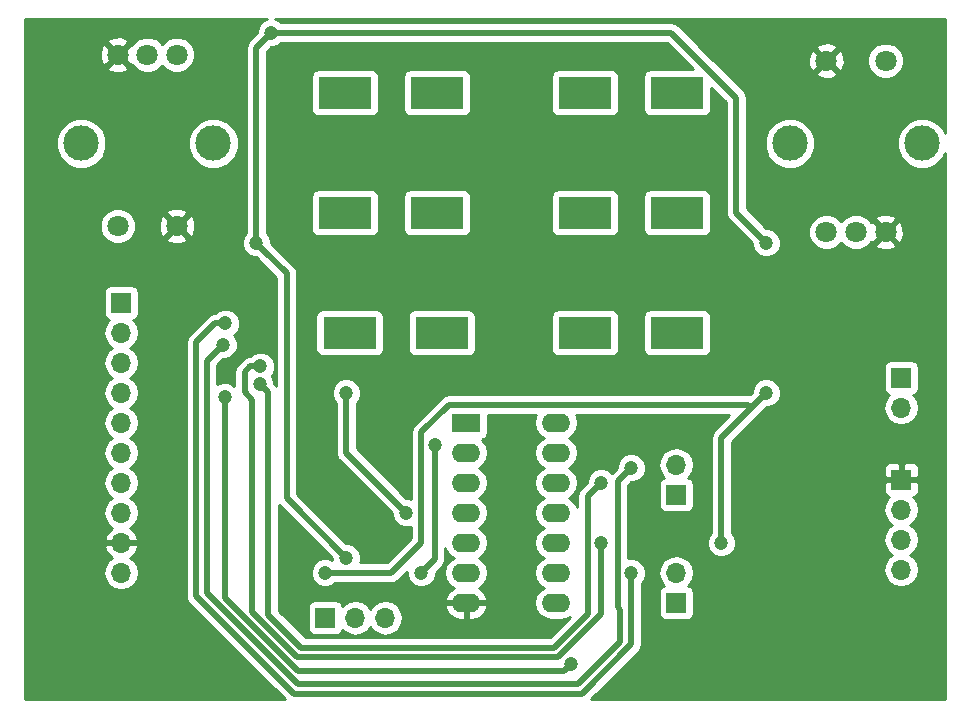
<source format=gbr>
G04 #@! TF.FileFunction,Copper,L2,Bot,Signal*
%FSLAX46Y46*%
G04 Gerber Fmt 4.6, Leading zero omitted, Abs format (unit mm)*
G04 Created by KiCad (PCBNEW 4.0.6) date 09/07/17 18:27:51*
%MOMM*%
%LPD*%
G01*
G04 APERTURE LIST*
%ADD10C,0.100000*%
%ADD11R,1.700000X1.700000*%
%ADD12O,1.700000X1.700000*%
%ADD13R,4.500000X2.700000*%
%ADD14C,1.800000*%
%ADD15C,3.000000*%
%ADD16R,2.400000X1.600000*%
%ADD17O,2.400000X1.600000*%
%ADD18C,1.200000*%
%ADD19C,0.500000*%
%ADD20C,0.254000*%
G04 APERTURE END LIST*
D10*
D11*
X26162000Y7620000D03*
D12*
X28702000Y7620000D03*
X31242000Y7620000D03*
D13*
X36031000Y31750000D03*
X28231000Y31750000D03*
X35650000Y41910000D03*
X27850000Y41910000D03*
X35650000Y52070000D03*
X27850000Y52070000D03*
X48170000Y52070000D03*
X55970000Y52070000D03*
X48170000Y41910000D03*
X55970000Y41910000D03*
X48170000Y31750000D03*
X55970000Y31750000D03*
D11*
X8890000Y34290000D03*
D12*
X8890000Y31750000D03*
X8890000Y29210000D03*
X8890000Y26670000D03*
X8890000Y24130000D03*
X8890000Y21590000D03*
X8890000Y19050000D03*
X8890000Y16510000D03*
X8890000Y13970000D03*
X8890000Y11430000D03*
D11*
X74930000Y19304000D03*
D12*
X74930000Y16764000D03*
X74930000Y14224000D03*
X74930000Y11684000D03*
D11*
X74930000Y27940000D03*
D12*
X74930000Y25400000D03*
D11*
X55880000Y18034000D03*
D12*
X55880000Y20574000D03*
D11*
X55880000Y8890000D03*
D12*
X55880000Y11430000D03*
D14*
X8600000Y40790000D03*
X8600000Y55290000D03*
X11100000Y55290000D03*
X13600000Y55290000D03*
X13600000Y40790000D03*
D15*
X16700000Y47790000D03*
X5500000Y47790000D03*
D14*
X73600000Y54790000D03*
X73600000Y40290000D03*
X71100000Y40290000D03*
X68600000Y40290000D03*
X68600000Y54790000D03*
D15*
X65500000Y47790000D03*
X76700000Y47790000D03*
D16*
X38100000Y24130000D03*
D17*
X45720000Y8890000D03*
X38100000Y21590000D03*
X45720000Y11430000D03*
X38100000Y19050000D03*
X45720000Y13970000D03*
X38100000Y16510000D03*
X45720000Y16510000D03*
X38100000Y13970000D03*
X45720000Y19050000D03*
X38100000Y11430000D03*
X45720000Y21590000D03*
X38100000Y8890000D03*
X45720000Y24130000D03*
D18*
X57150000Y38100000D03*
X27305000Y48260000D03*
X26162000Y11430000D03*
X63500000Y26670000D03*
X59690000Y13970000D03*
X63500000Y39370000D03*
X20320000Y39370000D03*
X21590000Y57150000D03*
X27940000Y12700000D03*
X17709588Y32555692D03*
X52070000Y11430000D03*
X17501980Y30743218D03*
X52070000Y20320000D03*
X20678408Y28918181D03*
X49530000Y13970000D03*
X20616241Y27419458D03*
X49530000Y19050000D03*
X17648111Y26322443D03*
X46984489Y3690010D03*
X33020000Y16510000D03*
X27940000Y26670000D03*
X35440010Y22207769D03*
X34290000Y11430000D03*
D19*
X57150000Y38100000D02*
X57785000Y38100000D01*
X26670000Y48260000D02*
X27305000Y48260000D01*
X62230000Y25400000D02*
X61959605Y25670395D01*
X61959605Y25670395D02*
X36650393Y25670395D01*
X36650393Y25670395D02*
X34290000Y23310002D01*
X34290000Y23310002D02*
X34290000Y13970000D01*
X34290000Y13970000D02*
X31750000Y11430000D01*
X31750000Y11430000D02*
X26162000Y11430000D01*
X62230000Y25400000D02*
X63500000Y26670000D01*
X59690000Y22860000D02*
X62230000Y25400000D01*
X59690000Y13970000D02*
X59690000Y22860000D01*
X22918585Y36771415D02*
X20919999Y38770001D01*
X22918592Y25734544D02*
X22918585Y25734551D01*
X27940000Y12700000D02*
X22918592Y17721408D01*
X22918592Y17721408D02*
X22918592Y25734544D01*
X22918585Y25734551D02*
X22918585Y36771415D01*
X20919999Y38770001D02*
X20320000Y39370000D01*
X60960000Y51670002D02*
X60960000Y41910000D01*
X60960000Y41910000D02*
X63500000Y39370000D01*
X21590000Y57150000D02*
X55480002Y57150000D01*
X55480002Y57150000D02*
X60960000Y51670002D01*
X20320000Y39370000D02*
X20320000Y55880000D01*
X20320000Y55880000D02*
X21590000Y57150000D01*
X16861060Y32555692D02*
X17709588Y32555692D01*
X15240000Y30934632D02*
X16861060Y32555692D01*
X15240000Y9444460D02*
X15240000Y30934632D01*
X47867867Y1179967D02*
X23504493Y1179967D01*
X23504493Y1179967D02*
X15240000Y9444460D01*
X52070000Y5382100D02*
X47867867Y1179967D01*
X52070000Y11430000D02*
X52070000Y5382100D01*
X51130021Y5573507D02*
X47536491Y1979977D01*
X50919999Y19169999D02*
X50919999Y8492773D01*
X50919999Y8492773D02*
X51130021Y8282751D01*
X47536491Y1979977D02*
X23835867Y1979977D01*
X16120149Y29361387D02*
X16901981Y30143219D01*
X52070000Y20320000D02*
X50919999Y19169999D01*
X16901981Y30143219D02*
X17501980Y30743218D01*
X16120149Y9695695D02*
X16120149Y29361387D01*
X51130021Y8282751D02*
X51130021Y5573507D01*
X23835867Y1979977D02*
X16120149Y9695695D01*
X49530000Y13970000D02*
X49530000Y7937523D01*
X19330669Y28418970D02*
X19829880Y28918181D01*
X45872466Y4279989D02*
X23798625Y4279989D01*
X19987323Y8091291D02*
X19987323Y26075232D01*
X19330669Y26731886D02*
X19330669Y28418970D01*
X23798625Y4279989D02*
X19987323Y8091291D01*
X19987323Y26075232D02*
X19330669Y26731886D01*
X19829880Y28918181D02*
X20678408Y28918181D01*
X49530000Y7937523D02*
X45872466Y4279989D01*
X45541091Y5080000D02*
X24130000Y5080000D01*
X21216240Y26819459D02*
X20616241Y27419458D01*
X48379999Y7918908D02*
X45541091Y5080000D01*
X48379999Y17899999D02*
X48379999Y7918908D01*
X21351810Y26683889D02*
X21216240Y26819459D01*
X49530000Y19050000D02*
X48379999Y17899999D01*
X21351810Y7858190D02*
X21351810Y26683889D01*
X24130000Y5080000D02*
X21351810Y7858190D01*
X17648111Y9299117D02*
X17648111Y25473915D01*
X46984489Y3690010D02*
X46384490Y3090011D01*
X23857217Y3090011D02*
X17648111Y9299117D01*
X46384490Y3090011D02*
X23857217Y3090011D01*
X17648111Y25473915D02*
X17648111Y26322443D01*
X27940000Y26670000D02*
X27940000Y21590000D01*
X27940000Y21590000D02*
X33020000Y16510000D01*
X35440010Y12580010D02*
X35440010Y21359241D01*
X34290000Y11430000D02*
X35440010Y12580010D01*
X35440010Y21359241D02*
X35440010Y22207769D01*
D20*
G36*
X78665000Y48625141D02*
X78511020Y48997800D01*
X77910959Y49598909D01*
X77126541Y49924628D01*
X76277185Y49925370D01*
X75492200Y49601020D01*
X74891091Y49000959D01*
X74565372Y48216541D01*
X74564630Y47367185D01*
X74888980Y46582200D01*
X75489041Y45981091D01*
X76273459Y45655372D01*
X77122815Y45654630D01*
X77907800Y45978980D01*
X78508909Y46579041D01*
X78665000Y46954950D01*
X78665000Y710000D01*
X48649480Y710000D01*
X52695787Y4756308D01*
X52695790Y4756310D01*
X52887633Y5043425D01*
X52955000Y5382100D01*
X52955000Y10568426D01*
X53116371Y10729515D01*
X53304785Y11183266D01*
X53305000Y11430000D01*
X54365907Y11430000D01*
X54478946Y10861715D01*
X54800853Y10379946D01*
X54842452Y10352150D01*
X54794683Y10343162D01*
X54578559Y10204090D01*
X54433569Y9991890D01*
X54382560Y9740000D01*
X54382560Y8040000D01*
X54426838Y7804683D01*
X54565910Y7588559D01*
X54778110Y7443569D01*
X55030000Y7392560D01*
X56730000Y7392560D01*
X56965317Y7436838D01*
X57181441Y7575910D01*
X57326431Y7788110D01*
X57377440Y8040000D01*
X57377440Y9740000D01*
X57333162Y9975317D01*
X57194090Y10191441D01*
X56981890Y10336431D01*
X56914459Y10350086D01*
X56959147Y10379946D01*
X57281054Y10861715D01*
X57394093Y11430000D01*
X57281054Y11998285D01*
X56959147Y12480054D01*
X56477378Y12801961D01*
X55909093Y12915000D01*
X55850907Y12915000D01*
X55282622Y12801961D01*
X54800853Y12480054D01*
X54478946Y11998285D01*
X54365907Y11430000D01*
X53305000Y11430000D01*
X53305214Y11674579D01*
X53117592Y12128657D01*
X52770485Y12476371D01*
X52316734Y12664785D01*
X51825421Y12665214D01*
X51804999Y12656776D01*
X51804999Y18803419D01*
X52086565Y19084985D01*
X52314579Y19084786D01*
X52768657Y19272408D01*
X53116371Y19619515D01*
X53304785Y20073266D01*
X53305214Y20564579D01*
X53301322Y20574000D01*
X54365907Y20574000D01*
X54478946Y20005715D01*
X54800853Y19523946D01*
X54842452Y19496150D01*
X54794683Y19487162D01*
X54578559Y19348090D01*
X54433569Y19135890D01*
X54382560Y18884000D01*
X54382560Y17184000D01*
X54426838Y16948683D01*
X54565910Y16732559D01*
X54778110Y16587569D01*
X55030000Y16536560D01*
X56730000Y16536560D01*
X56965317Y16580838D01*
X57181441Y16719910D01*
X57326431Y16932110D01*
X57377440Y17184000D01*
X57377440Y18884000D01*
X57333162Y19119317D01*
X57194090Y19335441D01*
X56981890Y19480431D01*
X56914459Y19494086D01*
X56959147Y19523946D01*
X57281054Y20005715D01*
X57394093Y20574000D01*
X57281054Y21142285D01*
X56959147Y21624054D01*
X56477378Y21945961D01*
X55909093Y22059000D01*
X55850907Y22059000D01*
X55282622Y21945961D01*
X54800853Y21624054D01*
X54478946Y21142285D01*
X54365907Y20574000D01*
X53301322Y20574000D01*
X53117592Y21018657D01*
X52770485Y21366371D01*
X52316734Y21554785D01*
X51825421Y21555214D01*
X51371343Y21367592D01*
X51023629Y21020485D01*
X50835215Y20566734D01*
X50835014Y20336594D01*
X50412479Y19914059D01*
X50230485Y20096371D01*
X49776734Y20284785D01*
X49285421Y20285214D01*
X48831343Y20097592D01*
X48483629Y19750485D01*
X48295215Y19296734D01*
X48295014Y19066594D01*
X47754209Y18525789D01*
X47562366Y18238674D01*
X47562366Y18238673D01*
X47494998Y17899999D01*
X47494999Y17899994D01*
X47494999Y16992378D01*
X47481717Y17059151D01*
X47170648Y17524698D01*
X46788562Y17780000D01*
X47170648Y18035302D01*
X47481717Y18500849D01*
X47590950Y19050000D01*
X47481717Y19599151D01*
X47170648Y20064698D01*
X46788562Y20320000D01*
X47170648Y20575302D01*
X47481717Y21040849D01*
X47590950Y21590000D01*
X47481717Y22139151D01*
X47170648Y22604698D01*
X46788562Y22860000D01*
X47170648Y23115302D01*
X47481717Y23580849D01*
X47590950Y24130000D01*
X47481717Y24679151D01*
X47410727Y24785395D01*
X60363816Y24785395D01*
X59064210Y23485790D01*
X58872367Y23198675D01*
X58872367Y23198674D01*
X58804999Y22860000D01*
X58805000Y22859995D01*
X58805000Y14831574D01*
X58643629Y14670485D01*
X58455215Y14216734D01*
X58454786Y13725421D01*
X58642408Y13271343D01*
X58989515Y12923629D01*
X59443266Y12735215D01*
X59934579Y12734786D01*
X60388657Y12922408D01*
X60736371Y13269515D01*
X60924785Y13723266D01*
X60925214Y14214579D01*
X60737592Y14668657D01*
X60575000Y14831533D01*
X60575000Y16764000D01*
X73415907Y16764000D01*
X73528946Y16195715D01*
X73850853Y15713946D01*
X74180026Y15494000D01*
X73850853Y15274054D01*
X73528946Y14792285D01*
X73415907Y14224000D01*
X73528946Y13655715D01*
X73850853Y13173946D01*
X74180026Y12954000D01*
X73850853Y12734054D01*
X73528946Y12252285D01*
X73415907Y11684000D01*
X73528946Y11115715D01*
X73850853Y10633946D01*
X74332622Y10312039D01*
X74900907Y10199000D01*
X74959093Y10199000D01*
X75527378Y10312039D01*
X76009147Y10633946D01*
X76331054Y11115715D01*
X76444093Y11684000D01*
X76331054Y12252285D01*
X76009147Y12734054D01*
X75679974Y12954000D01*
X76009147Y13173946D01*
X76331054Y13655715D01*
X76444093Y14224000D01*
X76331054Y14792285D01*
X76009147Y15274054D01*
X75679974Y15494000D01*
X76009147Y15713946D01*
X76331054Y16195715D01*
X76444093Y16764000D01*
X76331054Y17332285D01*
X76009147Y17814054D01*
X75965223Y17843403D01*
X76139698Y17915673D01*
X76318327Y18094301D01*
X76415000Y18327690D01*
X76415000Y19018250D01*
X76256250Y19177000D01*
X75057000Y19177000D01*
X75057000Y19157000D01*
X74803000Y19157000D01*
X74803000Y19177000D01*
X73603750Y19177000D01*
X73445000Y19018250D01*
X73445000Y18327690D01*
X73541673Y18094301D01*
X73720302Y17915673D01*
X73894777Y17843403D01*
X73850853Y17814054D01*
X73528946Y17332285D01*
X73415907Y16764000D01*
X60575000Y16764000D01*
X60575000Y20280310D01*
X73445000Y20280310D01*
X73445000Y19589750D01*
X73603750Y19431000D01*
X74803000Y19431000D01*
X74803000Y20630250D01*
X75057000Y20630250D01*
X75057000Y19431000D01*
X76256250Y19431000D01*
X76415000Y19589750D01*
X76415000Y20280310D01*
X76318327Y20513699D01*
X76139698Y20692327D01*
X75906309Y20789000D01*
X75215750Y20789000D01*
X75057000Y20630250D01*
X74803000Y20630250D01*
X74644250Y20789000D01*
X73953691Y20789000D01*
X73720302Y20692327D01*
X73541673Y20513699D01*
X73445000Y20280310D01*
X60575000Y20280310D01*
X60575000Y22493420D01*
X62855787Y24774208D01*
X62855790Y24774210D01*
X63481580Y25400000D01*
X73415907Y25400000D01*
X73528946Y24831715D01*
X73850853Y24349946D01*
X74332622Y24028039D01*
X74900907Y23915000D01*
X74959093Y23915000D01*
X75527378Y24028039D01*
X76009147Y24349946D01*
X76331054Y24831715D01*
X76444093Y25400000D01*
X76331054Y25968285D01*
X76009147Y26450054D01*
X75967548Y26477850D01*
X76015317Y26486838D01*
X76231441Y26625910D01*
X76376431Y26838110D01*
X76427440Y27090000D01*
X76427440Y28790000D01*
X76383162Y29025317D01*
X76244090Y29241441D01*
X76031890Y29386431D01*
X75780000Y29437440D01*
X74080000Y29437440D01*
X73844683Y29393162D01*
X73628559Y29254090D01*
X73483569Y29041890D01*
X73432560Y28790000D01*
X73432560Y27090000D01*
X73476838Y26854683D01*
X73615910Y26638559D01*
X73828110Y26493569D01*
X73895541Y26479914D01*
X73850853Y26450054D01*
X73528946Y25968285D01*
X73415907Y25400000D01*
X63481580Y25400000D01*
X63516565Y25434985D01*
X63744579Y25434786D01*
X64198657Y25622408D01*
X64546371Y25969515D01*
X64734785Y26423266D01*
X64735214Y26914579D01*
X64547592Y27368657D01*
X64200485Y27716371D01*
X63746734Y27904785D01*
X63255421Y27905214D01*
X62801343Y27717592D01*
X62453629Y27370485D01*
X62265215Y26916734D01*
X62265014Y26686594D01*
X62104912Y26526492D01*
X61959605Y26555396D01*
X61959600Y26555395D01*
X36650398Y26555395D01*
X36650393Y26555396D01*
X36367909Y26499205D01*
X36311718Y26488028D01*
X36024603Y26296185D01*
X36024601Y26296182D01*
X33664210Y23935792D01*
X33472367Y23648677D01*
X33472367Y23648676D01*
X33404999Y23310002D01*
X33405000Y23309997D01*
X33405000Y17687372D01*
X33266734Y17744785D01*
X33036593Y17744986D01*
X28825000Y21956580D01*
X28825000Y25808426D01*
X28986371Y25969515D01*
X29174785Y26423266D01*
X29175214Y26914579D01*
X28987592Y27368657D01*
X28640485Y27716371D01*
X28186734Y27904785D01*
X27695421Y27905214D01*
X27241343Y27717592D01*
X26893629Y27370485D01*
X26705215Y26916734D01*
X26704786Y26425421D01*
X26892408Y25971343D01*
X27055000Y25808467D01*
X27055000Y21590005D01*
X27054999Y21590000D01*
X27071453Y21507284D01*
X27122367Y21251325D01*
X27277830Y21018657D01*
X27314210Y20964210D01*
X31784985Y16493436D01*
X31784786Y16265421D01*
X31972408Y15811343D01*
X32319515Y15463629D01*
X32773266Y15275215D01*
X33264579Y15274786D01*
X33405000Y15332807D01*
X33405000Y14336579D01*
X31383420Y12315000D01*
X29117372Y12315000D01*
X29174785Y12453266D01*
X29175214Y12944579D01*
X28987592Y13398657D01*
X28640485Y13746371D01*
X28186734Y13934785D01*
X27956593Y13934986D01*
X23803592Y18087988D01*
X23803592Y25734539D01*
X23803593Y25734544D01*
X23803585Y25734584D01*
X23803585Y33100000D01*
X25333560Y33100000D01*
X25333560Y30400000D01*
X25377838Y30164683D01*
X25516910Y29948559D01*
X25729110Y29803569D01*
X25981000Y29752560D01*
X30481000Y29752560D01*
X30716317Y29796838D01*
X30932441Y29935910D01*
X31077431Y30148110D01*
X31128440Y30400000D01*
X31128440Y33100000D01*
X33133560Y33100000D01*
X33133560Y30400000D01*
X33177838Y30164683D01*
X33316910Y29948559D01*
X33529110Y29803569D01*
X33781000Y29752560D01*
X38281000Y29752560D01*
X38516317Y29796838D01*
X38732441Y29935910D01*
X38877431Y30148110D01*
X38928440Y30400000D01*
X38928440Y33100000D01*
X45272560Y33100000D01*
X45272560Y30400000D01*
X45316838Y30164683D01*
X45455910Y29948559D01*
X45668110Y29803569D01*
X45920000Y29752560D01*
X50420000Y29752560D01*
X50655317Y29796838D01*
X50871441Y29935910D01*
X51016431Y30148110D01*
X51067440Y30400000D01*
X51067440Y33100000D01*
X53072560Y33100000D01*
X53072560Y30400000D01*
X53116838Y30164683D01*
X53255910Y29948559D01*
X53468110Y29803569D01*
X53720000Y29752560D01*
X58220000Y29752560D01*
X58455317Y29796838D01*
X58671441Y29935910D01*
X58816431Y30148110D01*
X58867440Y30400000D01*
X58867440Y33100000D01*
X58823162Y33335317D01*
X58684090Y33551441D01*
X58471890Y33696431D01*
X58220000Y33747440D01*
X53720000Y33747440D01*
X53484683Y33703162D01*
X53268559Y33564090D01*
X53123569Y33351890D01*
X53072560Y33100000D01*
X51067440Y33100000D01*
X51023162Y33335317D01*
X50884090Y33551441D01*
X50671890Y33696431D01*
X50420000Y33747440D01*
X45920000Y33747440D01*
X45684683Y33703162D01*
X45468559Y33564090D01*
X45323569Y33351890D01*
X45272560Y33100000D01*
X38928440Y33100000D01*
X38884162Y33335317D01*
X38745090Y33551441D01*
X38532890Y33696431D01*
X38281000Y33747440D01*
X33781000Y33747440D01*
X33545683Y33703162D01*
X33329559Y33564090D01*
X33184569Y33351890D01*
X33133560Y33100000D01*
X31128440Y33100000D01*
X31084162Y33335317D01*
X30945090Y33551441D01*
X30732890Y33696431D01*
X30481000Y33747440D01*
X25981000Y33747440D01*
X25745683Y33703162D01*
X25529559Y33564090D01*
X25384569Y33351890D01*
X25333560Y33100000D01*
X23803585Y33100000D01*
X23803585Y36771415D01*
X23736218Y37110090D01*
X23544375Y37397205D01*
X23544372Y37397207D01*
X21555015Y39386565D01*
X21555214Y39614579D01*
X21367592Y40068657D01*
X21205000Y40231533D01*
X21205000Y43260000D01*
X24952560Y43260000D01*
X24952560Y40560000D01*
X24996838Y40324683D01*
X25135910Y40108559D01*
X25348110Y39963569D01*
X25600000Y39912560D01*
X30100000Y39912560D01*
X30335317Y39956838D01*
X30551441Y40095910D01*
X30696431Y40308110D01*
X30747440Y40560000D01*
X30747440Y43260000D01*
X32752560Y43260000D01*
X32752560Y40560000D01*
X32796838Y40324683D01*
X32935910Y40108559D01*
X33148110Y39963569D01*
X33400000Y39912560D01*
X37900000Y39912560D01*
X38135317Y39956838D01*
X38351441Y40095910D01*
X38496431Y40308110D01*
X38547440Y40560000D01*
X38547440Y43260000D01*
X45272560Y43260000D01*
X45272560Y40560000D01*
X45316838Y40324683D01*
X45455910Y40108559D01*
X45668110Y39963569D01*
X45920000Y39912560D01*
X50420000Y39912560D01*
X50655317Y39956838D01*
X50871441Y40095910D01*
X51016431Y40308110D01*
X51067440Y40560000D01*
X51067440Y43260000D01*
X53072560Y43260000D01*
X53072560Y40560000D01*
X53116838Y40324683D01*
X53255910Y40108559D01*
X53468110Y39963569D01*
X53720000Y39912560D01*
X58220000Y39912560D01*
X58455317Y39956838D01*
X58671441Y40095910D01*
X58816431Y40308110D01*
X58867440Y40560000D01*
X58867440Y43260000D01*
X58823162Y43495317D01*
X58684090Y43711441D01*
X58471890Y43856431D01*
X58220000Y43907440D01*
X53720000Y43907440D01*
X53484683Y43863162D01*
X53268559Y43724090D01*
X53123569Y43511890D01*
X53072560Y43260000D01*
X51067440Y43260000D01*
X51023162Y43495317D01*
X50884090Y43711441D01*
X50671890Y43856431D01*
X50420000Y43907440D01*
X45920000Y43907440D01*
X45684683Y43863162D01*
X45468559Y43724090D01*
X45323569Y43511890D01*
X45272560Y43260000D01*
X38547440Y43260000D01*
X38503162Y43495317D01*
X38364090Y43711441D01*
X38151890Y43856431D01*
X37900000Y43907440D01*
X33400000Y43907440D01*
X33164683Y43863162D01*
X32948559Y43724090D01*
X32803569Y43511890D01*
X32752560Y43260000D01*
X30747440Y43260000D01*
X30703162Y43495317D01*
X30564090Y43711441D01*
X30351890Y43856431D01*
X30100000Y43907440D01*
X25600000Y43907440D01*
X25364683Y43863162D01*
X25148559Y43724090D01*
X25003569Y43511890D01*
X24952560Y43260000D01*
X21205000Y43260000D01*
X21205000Y53420000D01*
X24952560Y53420000D01*
X24952560Y50720000D01*
X24996838Y50484683D01*
X25135910Y50268559D01*
X25348110Y50123569D01*
X25600000Y50072560D01*
X30100000Y50072560D01*
X30335317Y50116838D01*
X30551441Y50255910D01*
X30696431Y50468110D01*
X30747440Y50720000D01*
X30747440Y53420000D01*
X32752560Y53420000D01*
X32752560Y50720000D01*
X32796838Y50484683D01*
X32935910Y50268559D01*
X33148110Y50123569D01*
X33400000Y50072560D01*
X37900000Y50072560D01*
X38135317Y50116838D01*
X38351441Y50255910D01*
X38496431Y50468110D01*
X38547440Y50720000D01*
X38547440Y53420000D01*
X45272560Y53420000D01*
X45272560Y50720000D01*
X45316838Y50484683D01*
X45455910Y50268559D01*
X45668110Y50123569D01*
X45920000Y50072560D01*
X50420000Y50072560D01*
X50655317Y50116838D01*
X50871441Y50255910D01*
X51016431Y50468110D01*
X51067440Y50720000D01*
X51067440Y53420000D01*
X51023162Y53655317D01*
X50884090Y53871441D01*
X50671890Y54016431D01*
X50420000Y54067440D01*
X45920000Y54067440D01*
X45684683Y54023162D01*
X45468559Y53884090D01*
X45323569Y53671890D01*
X45272560Y53420000D01*
X38547440Y53420000D01*
X38503162Y53655317D01*
X38364090Y53871441D01*
X38151890Y54016431D01*
X37900000Y54067440D01*
X33400000Y54067440D01*
X33164683Y54023162D01*
X32948559Y53884090D01*
X32803569Y53671890D01*
X32752560Y53420000D01*
X30747440Y53420000D01*
X30703162Y53655317D01*
X30564090Y53871441D01*
X30351890Y54016431D01*
X30100000Y54067440D01*
X25600000Y54067440D01*
X25364683Y54023162D01*
X25148559Y53884090D01*
X25003569Y53671890D01*
X24952560Y53420000D01*
X21205000Y53420000D01*
X21205000Y55513420D01*
X21606565Y55914985D01*
X21834579Y55914786D01*
X22288657Y56102408D01*
X22451533Y56265000D01*
X55113422Y56265000D01*
X57310982Y54067440D01*
X53720000Y54067440D01*
X53484683Y54023162D01*
X53268559Y53884090D01*
X53123569Y53671890D01*
X53072560Y53420000D01*
X53072560Y50720000D01*
X53116838Y50484683D01*
X53255910Y50268559D01*
X53468110Y50123569D01*
X53720000Y50072560D01*
X58220000Y50072560D01*
X58455317Y50116838D01*
X58671441Y50255910D01*
X58816431Y50468110D01*
X58867440Y50720000D01*
X58867440Y52510983D01*
X60075000Y51303423D01*
X60075000Y41910005D01*
X60074999Y41910000D01*
X60094724Y41810839D01*
X60142367Y41571325D01*
X60276781Y41370159D01*
X60334210Y41284210D01*
X62264985Y39353436D01*
X62264786Y39125421D01*
X62452408Y38671343D01*
X62799515Y38323629D01*
X63253266Y38135215D01*
X63744579Y38134786D01*
X64198657Y38322408D01*
X64546371Y38669515D01*
X64734785Y39123266D01*
X64735214Y39614579D01*
X64581742Y39986009D01*
X67064735Y39986009D01*
X67297932Y39421629D01*
X67729357Y38989449D01*
X68293330Y38755267D01*
X68903991Y38754735D01*
X69468371Y38987932D01*
X69850288Y39369182D01*
X70229357Y38989449D01*
X70793330Y38755267D01*
X71403991Y38754735D01*
X71968371Y38987932D01*
X72190668Y39209841D01*
X72699446Y39209841D01*
X72785852Y38953357D01*
X73359336Y38743542D01*
X73969460Y38769161D01*
X74414148Y38953357D01*
X74500554Y39209841D01*
X73600000Y40110395D01*
X72699446Y39209841D01*
X72190668Y39209841D01*
X72400551Y39419357D01*
X72404294Y39428372D01*
X72519841Y39389446D01*
X73420395Y40290000D01*
X73779605Y40290000D01*
X74680159Y39389446D01*
X74936643Y39475852D01*
X75146458Y40049336D01*
X75120839Y40659460D01*
X74936643Y41104148D01*
X74680159Y41190554D01*
X73779605Y40290000D01*
X73420395Y40290000D01*
X72519841Y41190554D01*
X72404786Y41151793D01*
X72402068Y41158371D01*
X72190650Y41370159D01*
X72699446Y41370159D01*
X73600000Y40469605D01*
X74500554Y41370159D01*
X74414148Y41626643D01*
X73840664Y41836458D01*
X73230540Y41810839D01*
X72785852Y41626643D01*
X72699446Y41370159D01*
X72190650Y41370159D01*
X71970643Y41590551D01*
X71406670Y41824733D01*
X70796009Y41825265D01*
X70231629Y41592068D01*
X69849712Y41210818D01*
X69470643Y41590551D01*
X68906670Y41824733D01*
X68296009Y41825265D01*
X67731629Y41592068D01*
X67299449Y41160643D01*
X67065267Y40596670D01*
X67064735Y39986009D01*
X64581742Y39986009D01*
X64547592Y40068657D01*
X64200485Y40416371D01*
X63746734Y40604785D01*
X63516593Y40604986D01*
X61845000Y42276580D01*
X61845000Y47367185D01*
X63364630Y47367185D01*
X63688980Y46582200D01*
X64289041Y45981091D01*
X65073459Y45655372D01*
X65922815Y45654630D01*
X66707800Y45978980D01*
X67308909Y46579041D01*
X67634628Y47363459D01*
X67635370Y48212815D01*
X67311020Y48997800D01*
X66710959Y49598909D01*
X65926541Y49924628D01*
X65077185Y49925370D01*
X64292200Y49601020D01*
X63691091Y49000959D01*
X63365372Y48216541D01*
X63364630Y47367185D01*
X61845000Y47367185D01*
X61845000Y51670002D01*
X61777633Y52008677D01*
X61585790Y52295792D01*
X61585787Y52295794D01*
X60171741Y53709841D01*
X67699446Y53709841D01*
X67785852Y53453357D01*
X68359336Y53243542D01*
X68969460Y53269161D01*
X69414148Y53453357D01*
X69500554Y53709841D01*
X68600000Y54610395D01*
X67699446Y53709841D01*
X60171741Y53709841D01*
X58850918Y55030664D01*
X67053542Y55030664D01*
X67079161Y54420540D01*
X67263357Y53975852D01*
X67519841Y53889446D01*
X68420395Y54790000D01*
X68779605Y54790000D01*
X69680159Y53889446D01*
X69936643Y53975852D01*
X70123289Y54486009D01*
X72064735Y54486009D01*
X72297932Y53921629D01*
X72729357Y53489449D01*
X73293330Y53255267D01*
X73903991Y53254735D01*
X74468371Y53487932D01*
X74900551Y53919357D01*
X75134733Y54483330D01*
X75135265Y55093991D01*
X74902068Y55658371D01*
X74470643Y56090551D01*
X73906670Y56324733D01*
X73296009Y56325265D01*
X72731629Y56092068D01*
X72299449Y55660643D01*
X72065267Y55096670D01*
X72064735Y54486009D01*
X70123289Y54486009D01*
X70146458Y54549336D01*
X70120839Y55159460D01*
X69936643Y55604148D01*
X69680159Y55690554D01*
X68779605Y54790000D01*
X68420395Y54790000D01*
X67519841Y55690554D01*
X67263357Y55604148D01*
X67053542Y55030664D01*
X58850918Y55030664D01*
X58011423Y55870159D01*
X67699446Y55870159D01*
X68600000Y54969605D01*
X69500554Y55870159D01*
X69414148Y56126643D01*
X68840664Y56336458D01*
X68230540Y56310839D01*
X67785852Y56126643D01*
X67699446Y55870159D01*
X58011423Y55870159D01*
X56105792Y57775790D01*
X55994002Y57850485D01*
X55818677Y57967633D01*
X55762486Y57978810D01*
X55480002Y58035001D01*
X55479997Y58035000D01*
X22451574Y58035000D01*
X22290485Y58196371D01*
X21932547Y58345000D01*
X78665000Y58345000D01*
X78665000Y48625141D01*
X78665000Y48625141D01*
G37*
X78665000Y48625141D02*
X78511020Y48997800D01*
X77910959Y49598909D01*
X77126541Y49924628D01*
X76277185Y49925370D01*
X75492200Y49601020D01*
X74891091Y49000959D01*
X74565372Y48216541D01*
X74564630Y47367185D01*
X74888980Y46582200D01*
X75489041Y45981091D01*
X76273459Y45655372D01*
X77122815Y45654630D01*
X77907800Y45978980D01*
X78508909Y46579041D01*
X78665000Y46954950D01*
X78665000Y710000D01*
X48649480Y710000D01*
X52695787Y4756308D01*
X52695790Y4756310D01*
X52887633Y5043425D01*
X52955000Y5382100D01*
X52955000Y10568426D01*
X53116371Y10729515D01*
X53304785Y11183266D01*
X53305000Y11430000D01*
X54365907Y11430000D01*
X54478946Y10861715D01*
X54800853Y10379946D01*
X54842452Y10352150D01*
X54794683Y10343162D01*
X54578559Y10204090D01*
X54433569Y9991890D01*
X54382560Y9740000D01*
X54382560Y8040000D01*
X54426838Y7804683D01*
X54565910Y7588559D01*
X54778110Y7443569D01*
X55030000Y7392560D01*
X56730000Y7392560D01*
X56965317Y7436838D01*
X57181441Y7575910D01*
X57326431Y7788110D01*
X57377440Y8040000D01*
X57377440Y9740000D01*
X57333162Y9975317D01*
X57194090Y10191441D01*
X56981890Y10336431D01*
X56914459Y10350086D01*
X56959147Y10379946D01*
X57281054Y10861715D01*
X57394093Y11430000D01*
X57281054Y11998285D01*
X56959147Y12480054D01*
X56477378Y12801961D01*
X55909093Y12915000D01*
X55850907Y12915000D01*
X55282622Y12801961D01*
X54800853Y12480054D01*
X54478946Y11998285D01*
X54365907Y11430000D01*
X53305000Y11430000D01*
X53305214Y11674579D01*
X53117592Y12128657D01*
X52770485Y12476371D01*
X52316734Y12664785D01*
X51825421Y12665214D01*
X51804999Y12656776D01*
X51804999Y18803419D01*
X52086565Y19084985D01*
X52314579Y19084786D01*
X52768657Y19272408D01*
X53116371Y19619515D01*
X53304785Y20073266D01*
X53305214Y20564579D01*
X53301322Y20574000D01*
X54365907Y20574000D01*
X54478946Y20005715D01*
X54800853Y19523946D01*
X54842452Y19496150D01*
X54794683Y19487162D01*
X54578559Y19348090D01*
X54433569Y19135890D01*
X54382560Y18884000D01*
X54382560Y17184000D01*
X54426838Y16948683D01*
X54565910Y16732559D01*
X54778110Y16587569D01*
X55030000Y16536560D01*
X56730000Y16536560D01*
X56965317Y16580838D01*
X57181441Y16719910D01*
X57326431Y16932110D01*
X57377440Y17184000D01*
X57377440Y18884000D01*
X57333162Y19119317D01*
X57194090Y19335441D01*
X56981890Y19480431D01*
X56914459Y19494086D01*
X56959147Y19523946D01*
X57281054Y20005715D01*
X57394093Y20574000D01*
X57281054Y21142285D01*
X56959147Y21624054D01*
X56477378Y21945961D01*
X55909093Y22059000D01*
X55850907Y22059000D01*
X55282622Y21945961D01*
X54800853Y21624054D01*
X54478946Y21142285D01*
X54365907Y20574000D01*
X53301322Y20574000D01*
X53117592Y21018657D01*
X52770485Y21366371D01*
X52316734Y21554785D01*
X51825421Y21555214D01*
X51371343Y21367592D01*
X51023629Y21020485D01*
X50835215Y20566734D01*
X50835014Y20336594D01*
X50412479Y19914059D01*
X50230485Y20096371D01*
X49776734Y20284785D01*
X49285421Y20285214D01*
X48831343Y20097592D01*
X48483629Y19750485D01*
X48295215Y19296734D01*
X48295014Y19066594D01*
X47754209Y18525789D01*
X47562366Y18238674D01*
X47562366Y18238673D01*
X47494998Y17899999D01*
X47494999Y17899994D01*
X47494999Y16992378D01*
X47481717Y17059151D01*
X47170648Y17524698D01*
X46788562Y17780000D01*
X47170648Y18035302D01*
X47481717Y18500849D01*
X47590950Y19050000D01*
X47481717Y19599151D01*
X47170648Y20064698D01*
X46788562Y20320000D01*
X47170648Y20575302D01*
X47481717Y21040849D01*
X47590950Y21590000D01*
X47481717Y22139151D01*
X47170648Y22604698D01*
X46788562Y22860000D01*
X47170648Y23115302D01*
X47481717Y23580849D01*
X47590950Y24130000D01*
X47481717Y24679151D01*
X47410727Y24785395D01*
X60363816Y24785395D01*
X59064210Y23485790D01*
X58872367Y23198675D01*
X58872367Y23198674D01*
X58804999Y22860000D01*
X58805000Y22859995D01*
X58805000Y14831574D01*
X58643629Y14670485D01*
X58455215Y14216734D01*
X58454786Y13725421D01*
X58642408Y13271343D01*
X58989515Y12923629D01*
X59443266Y12735215D01*
X59934579Y12734786D01*
X60388657Y12922408D01*
X60736371Y13269515D01*
X60924785Y13723266D01*
X60925214Y14214579D01*
X60737592Y14668657D01*
X60575000Y14831533D01*
X60575000Y16764000D01*
X73415907Y16764000D01*
X73528946Y16195715D01*
X73850853Y15713946D01*
X74180026Y15494000D01*
X73850853Y15274054D01*
X73528946Y14792285D01*
X73415907Y14224000D01*
X73528946Y13655715D01*
X73850853Y13173946D01*
X74180026Y12954000D01*
X73850853Y12734054D01*
X73528946Y12252285D01*
X73415907Y11684000D01*
X73528946Y11115715D01*
X73850853Y10633946D01*
X74332622Y10312039D01*
X74900907Y10199000D01*
X74959093Y10199000D01*
X75527378Y10312039D01*
X76009147Y10633946D01*
X76331054Y11115715D01*
X76444093Y11684000D01*
X76331054Y12252285D01*
X76009147Y12734054D01*
X75679974Y12954000D01*
X76009147Y13173946D01*
X76331054Y13655715D01*
X76444093Y14224000D01*
X76331054Y14792285D01*
X76009147Y15274054D01*
X75679974Y15494000D01*
X76009147Y15713946D01*
X76331054Y16195715D01*
X76444093Y16764000D01*
X76331054Y17332285D01*
X76009147Y17814054D01*
X75965223Y17843403D01*
X76139698Y17915673D01*
X76318327Y18094301D01*
X76415000Y18327690D01*
X76415000Y19018250D01*
X76256250Y19177000D01*
X75057000Y19177000D01*
X75057000Y19157000D01*
X74803000Y19157000D01*
X74803000Y19177000D01*
X73603750Y19177000D01*
X73445000Y19018250D01*
X73445000Y18327690D01*
X73541673Y18094301D01*
X73720302Y17915673D01*
X73894777Y17843403D01*
X73850853Y17814054D01*
X73528946Y17332285D01*
X73415907Y16764000D01*
X60575000Y16764000D01*
X60575000Y20280310D01*
X73445000Y20280310D01*
X73445000Y19589750D01*
X73603750Y19431000D01*
X74803000Y19431000D01*
X74803000Y20630250D01*
X75057000Y20630250D01*
X75057000Y19431000D01*
X76256250Y19431000D01*
X76415000Y19589750D01*
X76415000Y20280310D01*
X76318327Y20513699D01*
X76139698Y20692327D01*
X75906309Y20789000D01*
X75215750Y20789000D01*
X75057000Y20630250D01*
X74803000Y20630250D01*
X74644250Y20789000D01*
X73953691Y20789000D01*
X73720302Y20692327D01*
X73541673Y20513699D01*
X73445000Y20280310D01*
X60575000Y20280310D01*
X60575000Y22493420D01*
X62855787Y24774208D01*
X62855790Y24774210D01*
X63481580Y25400000D01*
X73415907Y25400000D01*
X73528946Y24831715D01*
X73850853Y24349946D01*
X74332622Y24028039D01*
X74900907Y23915000D01*
X74959093Y23915000D01*
X75527378Y24028039D01*
X76009147Y24349946D01*
X76331054Y24831715D01*
X76444093Y25400000D01*
X76331054Y25968285D01*
X76009147Y26450054D01*
X75967548Y26477850D01*
X76015317Y26486838D01*
X76231441Y26625910D01*
X76376431Y26838110D01*
X76427440Y27090000D01*
X76427440Y28790000D01*
X76383162Y29025317D01*
X76244090Y29241441D01*
X76031890Y29386431D01*
X75780000Y29437440D01*
X74080000Y29437440D01*
X73844683Y29393162D01*
X73628559Y29254090D01*
X73483569Y29041890D01*
X73432560Y28790000D01*
X73432560Y27090000D01*
X73476838Y26854683D01*
X73615910Y26638559D01*
X73828110Y26493569D01*
X73895541Y26479914D01*
X73850853Y26450054D01*
X73528946Y25968285D01*
X73415907Y25400000D01*
X63481580Y25400000D01*
X63516565Y25434985D01*
X63744579Y25434786D01*
X64198657Y25622408D01*
X64546371Y25969515D01*
X64734785Y26423266D01*
X64735214Y26914579D01*
X64547592Y27368657D01*
X64200485Y27716371D01*
X63746734Y27904785D01*
X63255421Y27905214D01*
X62801343Y27717592D01*
X62453629Y27370485D01*
X62265215Y26916734D01*
X62265014Y26686594D01*
X62104912Y26526492D01*
X61959605Y26555396D01*
X61959600Y26555395D01*
X36650398Y26555395D01*
X36650393Y26555396D01*
X36367909Y26499205D01*
X36311718Y26488028D01*
X36024603Y26296185D01*
X36024601Y26296182D01*
X33664210Y23935792D01*
X33472367Y23648677D01*
X33472367Y23648676D01*
X33404999Y23310002D01*
X33405000Y23309997D01*
X33405000Y17687372D01*
X33266734Y17744785D01*
X33036593Y17744986D01*
X28825000Y21956580D01*
X28825000Y25808426D01*
X28986371Y25969515D01*
X29174785Y26423266D01*
X29175214Y26914579D01*
X28987592Y27368657D01*
X28640485Y27716371D01*
X28186734Y27904785D01*
X27695421Y27905214D01*
X27241343Y27717592D01*
X26893629Y27370485D01*
X26705215Y26916734D01*
X26704786Y26425421D01*
X26892408Y25971343D01*
X27055000Y25808467D01*
X27055000Y21590005D01*
X27054999Y21590000D01*
X27071453Y21507284D01*
X27122367Y21251325D01*
X27277830Y21018657D01*
X27314210Y20964210D01*
X31784985Y16493436D01*
X31784786Y16265421D01*
X31972408Y15811343D01*
X32319515Y15463629D01*
X32773266Y15275215D01*
X33264579Y15274786D01*
X33405000Y15332807D01*
X33405000Y14336579D01*
X31383420Y12315000D01*
X29117372Y12315000D01*
X29174785Y12453266D01*
X29175214Y12944579D01*
X28987592Y13398657D01*
X28640485Y13746371D01*
X28186734Y13934785D01*
X27956593Y13934986D01*
X23803592Y18087988D01*
X23803592Y25734539D01*
X23803593Y25734544D01*
X23803585Y25734584D01*
X23803585Y33100000D01*
X25333560Y33100000D01*
X25333560Y30400000D01*
X25377838Y30164683D01*
X25516910Y29948559D01*
X25729110Y29803569D01*
X25981000Y29752560D01*
X30481000Y29752560D01*
X30716317Y29796838D01*
X30932441Y29935910D01*
X31077431Y30148110D01*
X31128440Y30400000D01*
X31128440Y33100000D01*
X33133560Y33100000D01*
X33133560Y30400000D01*
X33177838Y30164683D01*
X33316910Y29948559D01*
X33529110Y29803569D01*
X33781000Y29752560D01*
X38281000Y29752560D01*
X38516317Y29796838D01*
X38732441Y29935910D01*
X38877431Y30148110D01*
X38928440Y30400000D01*
X38928440Y33100000D01*
X45272560Y33100000D01*
X45272560Y30400000D01*
X45316838Y30164683D01*
X45455910Y29948559D01*
X45668110Y29803569D01*
X45920000Y29752560D01*
X50420000Y29752560D01*
X50655317Y29796838D01*
X50871441Y29935910D01*
X51016431Y30148110D01*
X51067440Y30400000D01*
X51067440Y33100000D01*
X53072560Y33100000D01*
X53072560Y30400000D01*
X53116838Y30164683D01*
X53255910Y29948559D01*
X53468110Y29803569D01*
X53720000Y29752560D01*
X58220000Y29752560D01*
X58455317Y29796838D01*
X58671441Y29935910D01*
X58816431Y30148110D01*
X58867440Y30400000D01*
X58867440Y33100000D01*
X58823162Y33335317D01*
X58684090Y33551441D01*
X58471890Y33696431D01*
X58220000Y33747440D01*
X53720000Y33747440D01*
X53484683Y33703162D01*
X53268559Y33564090D01*
X53123569Y33351890D01*
X53072560Y33100000D01*
X51067440Y33100000D01*
X51023162Y33335317D01*
X50884090Y33551441D01*
X50671890Y33696431D01*
X50420000Y33747440D01*
X45920000Y33747440D01*
X45684683Y33703162D01*
X45468559Y33564090D01*
X45323569Y33351890D01*
X45272560Y33100000D01*
X38928440Y33100000D01*
X38884162Y33335317D01*
X38745090Y33551441D01*
X38532890Y33696431D01*
X38281000Y33747440D01*
X33781000Y33747440D01*
X33545683Y33703162D01*
X33329559Y33564090D01*
X33184569Y33351890D01*
X33133560Y33100000D01*
X31128440Y33100000D01*
X31084162Y33335317D01*
X30945090Y33551441D01*
X30732890Y33696431D01*
X30481000Y33747440D01*
X25981000Y33747440D01*
X25745683Y33703162D01*
X25529559Y33564090D01*
X25384569Y33351890D01*
X25333560Y33100000D01*
X23803585Y33100000D01*
X23803585Y36771415D01*
X23736218Y37110090D01*
X23544375Y37397205D01*
X23544372Y37397207D01*
X21555015Y39386565D01*
X21555214Y39614579D01*
X21367592Y40068657D01*
X21205000Y40231533D01*
X21205000Y43260000D01*
X24952560Y43260000D01*
X24952560Y40560000D01*
X24996838Y40324683D01*
X25135910Y40108559D01*
X25348110Y39963569D01*
X25600000Y39912560D01*
X30100000Y39912560D01*
X30335317Y39956838D01*
X30551441Y40095910D01*
X30696431Y40308110D01*
X30747440Y40560000D01*
X30747440Y43260000D01*
X32752560Y43260000D01*
X32752560Y40560000D01*
X32796838Y40324683D01*
X32935910Y40108559D01*
X33148110Y39963569D01*
X33400000Y39912560D01*
X37900000Y39912560D01*
X38135317Y39956838D01*
X38351441Y40095910D01*
X38496431Y40308110D01*
X38547440Y40560000D01*
X38547440Y43260000D01*
X45272560Y43260000D01*
X45272560Y40560000D01*
X45316838Y40324683D01*
X45455910Y40108559D01*
X45668110Y39963569D01*
X45920000Y39912560D01*
X50420000Y39912560D01*
X50655317Y39956838D01*
X50871441Y40095910D01*
X51016431Y40308110D01*
X51067440Y40560000D01*
X51067440Y43260000D01*
X53072560Y43260000D01*
X53072560Y40560000D01*
X53116838Y40324683D01*
X53255910Y40108559D01*
X53468110Y39963569D01*
X53720000Y39912560D01*
X58220000Y39912560D01*
X58455317Y39956838D01*
X58671441Y40095910D01*
X58816431Y40308110D01*
X58867440Y40560000D01*
X58867440Y43260000D01*
X58823162Y43495317D01*
X58684090Y43711441D01*
X58471890Y43856431D01*
X58220000Y43907440D01*
X53720000Y43907440D01*
X53484683Y43863162D01*
X53268559Y43724090D01*
X53123569Y43511890D01*
X53072560Y43260000D01*
X51067440Y43260000D01*
X51023162Y43495317D01*
X50884090Y43711441D01*
X50671890Y43856431D01*
X50420000Y43907440D01*
X45920000Y43907440D01*
X45684683Y43863162D01*
X45468559Y43724090D01*
X45323569Y43511890D01*
X45272560Y43260000D01*
X38547440Y43260000D01*
X38503162Y43495317D01*
X38364090Y43711441D01*
X38151890Y43856431D01*
X37900000Y43907440D01*
X33400000Y43907440D01*
X33164683Y43863162D01*
X32948559Y43724090D01*
X32803569Y43511890D01*
X32752560Y43260000D01*
X30747440Y43260000D01*
X30703162Y43495317D01*
X30564090Y43711441D01*
X30351890Y43856431D01*
X30100000Y43907440D01*
X25600000Y43907440D01*
X25364683Y43863162D01*
X25148559Y43724090D01*
X25003569Y43511890D01*
X24952560Y43260000D01*
X21205000Y43260000D01*
X21205000Y53420000D01*
X24952560Y53420000D01*
X24952560Y50720000D01*
X24996838Y50484683D01*
X25135910Y50268559D01*
X25348110Y50123569D01*
X25600000Y50072560D01*
X30100000Y50072560D01*
X30335317Y50116838D01*
X30551441Y50255910D01*
X30696431Y50468110D01*
X30747440Y50720000D01*
X30747440Y53420000D01*
X32752560Y53420000D01*
X32752560Y50720000D01*
X32796838Y50484683D01*
X32935910Y50268559D01*
X33148110Y50123569D01*
X33400000Y50072560D01*
X37900000Y50072560D01*
X38135317Y50116838D01*
X38351441Y50255910D01*
X38496431Y50468110D01*
X38547440Y50720000D01*
X38547440Y53420000D01*
X45272560Y53420000D01*
X45272560Y50720000D01*
X45316838Y50484683D01*
X45455910Y50268559D01*
X45668110Y50123569D01*
X45920000Y50072560D01*
X50420000Y50072560D01*
X50655317Y50116838D01*
X50871441Y50255910D01*
X51016431Y50468110D01*
X51067440Y50720000D01*
X51067440Y53420000D01*
X51023162Y53655317D01*
X50884090Y53871441D01*
X50671890Y54016431D01*
X50420000Y54067440D01*
X45920000Y54067440D01*
X45684683Y54023162D01*
X45468559Y53884090D01*
X45323569Y53671890D01*
X45272560Y53420000D01*
X38547440Y53420000D01*
X38503162Y53655317D01*
X38364090Y53871441D01*
X38151890Y54016431D01*
X37900000Y54067440D01*
X33400000Y54067440D01*
X33164683Y54023162D01*
X32948559Y53884090D01*
X32803569Y53671890D01*
X32752560Y53420000D01*
X30747440Y53420000D01*
X30703162Y53655317D01*
X30564090Y53871441D01*
X30351890Y54016431D01*
X30100000Y54067440D01*
X25600000Y54067440D01*
X25364683Y54023162D01*
X25148559Y53884090D01*
X25003569Y53671890D01*
X24952560Y53420000D01*
X21205000Y53420000D01*
X21205000Y55513420D01*
X21606565Y55914985D01*
X21834579Y55914786D01*
X22288657Y56102408D01*
X22451533Y56265000D01*
X55113422Y56265000D01*
X57310982Y54067440D01*
X53720000Y54067440D01*
X53484683Y54023162D01*
X53268559Y53884090D01*
X53123569Y53671890D01*
X53072560Y53420000D01*
X53072560Y50720000D01*
X53116838Y50484683D01*
X53255910Y50268559D01*
X53468110Y50123569D01*
X53720000Y50072560D01*
X58220000Y50072560D01*
X58455317Y50116838D01*
X58671441Y50255910D01*
X58816431Y50468110D01*
X58867440Y50720000D01*
X58867440Y52510983D01*
X60075000Y51303423D01*
X60075000Y41910005D01*
X60074999Y41910000D01*
X60094724Y41810839D01*
X60142367Y41571325D01*
X60276781Y41370159D01*
X60334210Y41284210D01*
X62264985Y39353436D01*
X62264786Y39125421D01*
X62452408Y38671343D01*
X62799515Y38323629D01*
X63253266Y38135215D01*
X63744579Y38134786D01*
X64198657Y38322408D01*
X64546371Y38669515D01*
X64734785Y39123266D01*
X64735214Y39614579D01*
X64581742Y39986009D01*
X67064735Y39986009D01*
X67297932Y39421629D01*
X67729357Y38989449D01*
X68293330Y38755267D01*
X68903991Y38754735D01*
X69468371Y38987932D01*
X69850288Y39369182D01*
X70229357Y38989449D01*
X70793330Y38755267D01*
X71403991Y38754735D01*
X71968371Y38987932D01*
X72190668Y39209841D01*
X72699446Y39209841D01*
X72785852Y38953357D01*
X73359336Y38743542D01*
X73969460Y38769161D01*
X74414148Y38953357D01*
X74500554Y39209841D01*
X73600000Y40110395D01*
X72699446Y39209841D01*
X72190668Y39209841D01*
X72400551Y39419357D01*
X72404294Y39428372D01*
X72519841Y39389446D01*
X73420395Y40290000D01*
X73779605Y40290000D01*
X74680159Y39389446D01*
X74936643Y39475852D01*
X75146458Y40049336D01*
X75120839Y40659460D01*
X74936643Y41104148D01*
X74680159Y41190554D01*
X73779605Y40290000D01*
X73420395Y40290000D01*
X72519841Y41190554D01*
X72404786Y41151793D01*
X72402068Y41158371D01*
X72190650Y41370159D01*
X72699446Y41370159D01*
X73600000Y40469605D01*
X74500554Y41370159D01*
X74414148Y41626643D01*
X73840664Y41836458D01*
X73230540Y41810839D01*
X72785852Y41626643D01*
X72699446Y41370159D01*
X72190650Y41370159D01*
X71970643Y41590551D01*
X71406670Y41824733D01*
X70796009Y41825265D01*
X70231629Y41592068D01*
X69849712Y41210818D01*
X69470643Y41590551D01*
X68906670Y41824733D01*
X68296009Y41825265D01*
X67731629Y41592068D01*
X67299449Y41160643D01*
X67065267Y40596670D01*
X67064735Y39986009D01*
X64581742Y39986009D01*
X64547592Y40068657D01*
X64200485Y40416371D01*
X63746734Y40604785D01*
X63516593Y40604986D01*
X61845000Y42276580D01*
X61845000Y47367185D01*
X63364630Y47367185D01*
X63688980Y46582200D01*
X64289041Y45981091D01*
X65073459Y45655372D01*
X65922815Y45654630D01*
X66707800Y45978980D01*
X67308909Y46579041D01*
X67634628Y47363459D01*
X67635370Y48212815D01*
X67311020Y48997800D01*
X66710959Y49598909D01*
X65926541Y49924628D01*
X65077185Y49925370D01*
X64292200Y49601020D01*
X63691091Y49000959D01*
X63365372Y48216541D01*
X63364630Y47367185D01*
X61845000Y47367185D01*
X61845000Y51670002D01*
X61777633Y52008677D01*
X61585790Y52295792D01*
X61585787Y52295794D01*
X60171741Y53709841D01*
X67699446Y53709841D01*
X67785852Y53453357D01*
X68359336Y53243542D01*
X68969460Y53269161D01*
X69414148Y53453357D01*
X69500554Y53709841D01*
X68600000Y54610395D01*
X67699446Y53709841D01*
X60171741Y53709841D01*
X58850918Y55030664D01*
X67053542Y55030664D01*
X67079161Y54420540D01*
X67263357Y53975852D01*
X67519841Y53889446D01*
X68420395Y54790000D01*
X68779605Y54790000D01*
X69680159Y53889446D01*
X69936643Y53975852D01*
X70123289Y54486009D01*
X72064735Y54486009D01*
X72297932Y53921629D01*
X72729357Y53489449D01*
X73293330Y53255267D01*
X73903991Y53254735D01*
X74468371Y53487932D01*
X74900551Y53919357D01*
X75134733Y54483330D01*
X75135265Y55093991D01*
X74902068Y55658371D01*
X74470643Y56090551D01*
X73906670Y56324733D01*
X73296009Y56325265D01*
X72731629Y56092068D01*
X72299449Y55660643D01*
X72065267Y55096670D01*
X72064735Y54486009D01*
X70123289Y54486009D01*
X70146458Y54549336D01*
X70120839Y55159460D01*
X69936643Y55604148D01*
X69680159Y55690554D01*
X68779605Y54790000D01*
X68420395Y54790000D01*
X67519841Y55690554D01*
X67263357Y55604148D01*
X67053542Y55030664D01*
X58850918Y55030664D01*
X58011423Y55870159D01*
X67699446Y55870159D01*
X68600000Y54969605D01*
X69500554Y55870159D01*
X69414148Y56126643D01*
X68840664Y56336458D01*
X68230540Y56310839D01*
X67785852Y56126643D01*
X67699446Y55870159D01*
X58011423Y55870159D01*
X56105792Y57775790D01*
X55994002Y57850485D01*
X55818677Y57967633D01*
X55762486Y57978810D01*
X55480002Y58035001D01*
X55479997Y58035000D01*
X22451574Y58035000D01*
X22290485Y58196371D01*
X21932547Y58345000D01*
X78665000Y58345000D01*
X78665000Y48625141D01*
G36*
X20891343Y58197592D02*
X20543629Y57850485D01*
X20355215Y57396734D01*
X20355014Y57166594D01*
X19694210Y56505790D01*
X19502367Y56218675D01*
X19502367Y56218674D01*
X19434999Y55880000D01*
X19435000Y55879995D01*
X19435000Y40231574D01*
X19273629Y40070485D01*
X19085215Y39616734D01*
X19084786Y39125421D01*
X19272408Y38671343D01*
X19619515Y38323629D01*
X20073266Y38135215D01*
X20303406Y38135014D01*
X22033585Y36404836D01*
X22033585Y27225891D01*
X21977600Y27309679D01*
X21977597Y27309681D01*
X21851256Y27436023D01*
X21851455Y27664037D01*
X21663833Y28118115D01*
X21644462Y28137520D01*
X21724779Y28217696D01*
X21913193Y28671447D01*
X21913622Y29162760D01*
X21726000Y29616838D01*
X21378893Y29964552D01*
X20925142Y30152966D01*
X20433829Y30153395D01*
X19979751Y29965773D01*
X19813640Y29799951D01*
X19575392Y29752560D01*
X19491205Y29735814D01*
X19204090Y29543971D01*
X19204088Y29543968D01*
X18704879Y29044760D01*
X18513036Y28757645D01*
X18513036Y28757644D01*
X18445668Y28418970D01*
X18445669Y28418965D01*
X18445669Y27271571D01*
X18348596Y27368814D01*
X17894845Y27557228D01*
X17403532Y27557657D01*
X17005149Y27393048D01*
X17005149Y28994807D01*
X17518544Y29508203D01*
X17746559Y29508004D01*
X18200637Y29695626D01*
X18548351Y30042733D01*
X18736765Y30496484D01*
X18737194Y30987797D01*
X18549572Y31441875D01*
X18445920Y31545709D01*
X18755959Y31855207D01*
X18944373Y32308958D01*
X18944802Y32800271D01*
X18757180Y33254349D01*
X18410073Y33602063D01*
X17956322Y33790477D01*
X17465009Y33790906D01*
X17010931Y33603284D01*
X16844820Y33437462D01*
X16578576Y33384502D01*
X16522385Y33373325D01*
X16235270Y33181482D01*
X16235268Y33181479D01*
X14614210Y31560422D01*
X14422367Y31273307D01*
X14422367Y31273306D01*
X14354999Y30934632D01*
X14355000Y30934627D01*
X14355000Y9444465D01*
X14354999Y9444460D01*
X14395861Y9239039D01*
X14422367Y9105785D01*
X14554161Y8908540D01*
X14614210Y8818670D01*
X22722881Y710000D01*
X710000Y710000D01*
X710000Y11430000D01*
X7375907Y11430000D01*
X7488946Y10861715D01*
X7810853Y10379946D01*
X8292622Y10058039D01*
X8860907Y9945000D01*
X8919093Y9945000D01*
X9487378Y10058039D01*
X9969147Y10379946D01*
X10291054Y10861715D01*
X10404093Y11430000D01*
X10291054Y11998285D01*
X9969147Y12480054D01*
X9628447Y12707702D01*
X9771358Y12774817D01*
X10161645Y13203076D01*
X10331476Y13613110D01*
X10210155Y13843000D01*
X9017000Y13843000D01*
X9017000Y13823000D01*
X8763000Y13823000D01*
X8763000Y13843000D01*
X7569845Y13843000D01*
X7448524Y13613110D01*
X7618355Y13203076D01*
X8008642Y12774817D01*
X8151553Y12707702D01*
X7810853Y12480054D01*
X7488946Y11998285D01*
X7375907Y11430000D01*
X710000Y11430000D01*
X710000Y31750000D01*
X7375907Y31750000D01*
X7488946Y31181715D01*
X7810853Y30699946D01*
X8140026Y30480000D01*
X7810853Y30260054D01*
X7488946Y29778285D01*
X7375907Y29210000D01*
X7488946Y28641715D01*
X7810853Y28159946D01*
X8140026Y27940000D01*
X7810853Y27720054D01*
X7488946Y27238285D01*
X7375907Y26670000D01*
X7488946Y26101715D01*
X7810853Y25619946D01*
X8140026Y25400000D01*
X7810853Y25180054D01*
X7488946Y24698285D01*
X7375907Y24130000D01*
X7488946Y23561715D01*
X7810853Y23079946D01*
X8140026Y22860000D01*
X7810853Y22640054D01*
X7488946Y22158285D01*
X7375907Y21590000D01*
X7488946Y21021715D01*
X7810853Y20539946D01*
X8140026Y20320000D01*
X7810853Y20100054D01*
X7488946Y19618285D01*
X7375907Y19050000D01*
X7488946Y18481715D01*
X7810853Y17999946D01*
X8140026Y17780000D01*
X7810853Y17560054D01*
X7488946Y17078285D01*
X7375907Y16510000D01*
X7488946Y15941715D01*
X7810853Y15459946D01*
X8151553Y15232298D01*
X8008642Y15165183D01*
X7618355Y14736924D01*
X7448524Y14326890D01*
X7569845Y14097000D01*
X8763000Y14097000D01*
X8763000Y14117000D01*
X9017000Y14117000D01*
X9017000Y14097000D01*
X10210155Y14097000D01*
X10331476Y14326890D01*
X10161645Y14736924D01*
X9771358Y15165183D01*
X9628447Y15232298D01*
X9969147Y15459946D01*
X10291054Y15941715D01*
X10404093Y16510000D01*
X10291054Y17078285D01*
X9969147Y17560054D01*
X9639974Y17780000D01*
X9969147Y17999946D01*
X10291054Y18481715D01*
X10404093Y19050000D01*
X10291054Y19618285D01*
X9969147Y20100054D01*
X9639974Y20320000D01*
X9969147Y20539946D01*
X10291054Y21021715D01*
X10404093Y21590000D01*
X10291054Y22158285D01*
X9969147Y22640054D01*
X9639974Y22860000D01*
X9969147Y23079946D01*
X10291054Y23561715D01*
X10404093Y24130000D01*
X10291054Y24698285D01*
X9969147Y25180054D01*
X9639974Y25400000D01*
X9969147Y25619946D01*
X10291054Y26101715D01*
X10404093Y26670000D01*
X10291054Y27238285D01*
X9969147Y27720054D01*
X9639974Y27940000D01*
X9969147Y28159946D01*
X10291054Y28641715D01*
X10404093Y29210000D01*
X10291054Y29778285D01*
X9969147Y30260054D01*
X9639974Y30480000D01*
X9969147Y30699946D01*
X10291054Y31181715D01*
X10404093Y31750000D01*
X10291054Y32318285D01*
X9969147Y32800054D01*
X9927548Y32827850D01*
X9975317Y32836838D01*
X10191441Y32975910D01*
X10336431Y33188110D01*
X10387440Y33440000D01*
X10387440Y35140000D01*
X10343162Y35375317D01*
X10204090Y35591441D01*
X9991890Y35736431D01*
X9740000Y35787440D01*
X8040000Y35787440D01*
X7804683Y35743162D01*
X7588559Y35604090D01*
X7443569Y35391890D01*
X7392560Y35140000D01*
X7392560Y33440000D01*
X7436838Y33204683D01*
X7575910Y32988559D01*
X7788110Y32843569D01*
X7855541Y32829914D01*
X7810853Y32800054D01*
X7488946Y32318285D01*
X7375907Y31750000D01*
X710000Y31750000D01*
X710000Y40486009D01*
X7064735Y40486009D01*
X7297932Y39921629D01*
X7729357Y39489449D01*
X8293330Y39255267D01*
X8903991Y39254735D01*
X9468371Y39487932D01*
X9690668Y39709841D01*
X12699446Y39709841D01*
X12785852Y39453357D01*
X13359336Y39243542D01*
X13969460Y39269161D01*
X14414148Y39453357D01*
X14500554Y39709841D01*
X13600000Y40610395D01*
X12699446Y39709841D01*
X9690668Y39709841D01*
X9900551Y39919357D01*
X10134733Y40483330D01*
X10135209Y41030664D01*
X12053542Y41030664D01*
X12079161Y40420540D01*
X12263357Y39975852D01*
X12519841Y39889446D01*
X13420395Y40790000D01*
X13779605Y40790000D01*
X14680159Y39889446D01*
X14936643Y39975852D01*
X15146458Y40549336D01*
X15120839Y41159460D01*
X14936643Y41604148D01*
X14680159Y41690554D01*
X13779605Y40790000D01*
X13420395Y40790000D01*
X12519841Y41690554D01*
X12263357Y41604148D01*
X12053542Y41030664D01*
X10135209Y41030664D01*
X10135265Y41093991D01*
X9902068Y41658371D01*
X9690650Y41870159D01*
X12699446Y41870159D01*
X13600000Y40969605D01*
X14500554Y41870159D01*
X14414148Y42126643D01*
X13840664Y42336458D01*
X13230540Y42310839D01*
X12785852Y42126643D01*
X12699446Y41870159D01*
X9690650Y41870159D01*
X9470643Y42090551D01*
X8906670Y42324733D01*
X8296009Y42325265D01*
X7731629Y42092068D01*
X7299449Y41660643D01*
X7065267Y41096670D01*
X7064735Y40486009D01*
X710000Y40486009D01*
X710000Y47367185D01*
X3364630Y47367185D01*
X3688980Y46582200D01*
X4289041Y45981091D01*
X5073459Y45655372D01*
X5922815Y45654630D01*
X6707800Y45978980D01*
X7308909Y46579041D01*
X7634628Y47363459D01*
X7634631Y47367185D01*
X14564630Y47367185D01*
X14888980Y46582200D01*
X15489041Y45981091D01*
X16273459Y45655372D01*
X17122815Y45654630D01*
X17907800Y45978980D01*
X18508909Y46579041D01*
X18834628Y47363459D01*
X18835370Y48212815D01*
X18511020Y48997800D01*
X17910959Y49598909D01*
X17126541Y49924628D01*
X16277185Y49925370D01*
X15492200Y49601020D01*
X14891091Y49000959D01*
X14565372Y48216541D01*
X14564630Y47367185D01*
X7634631Y47367185D01*
X7635370Y48212815D01*
X7311020Y48997800D01*
X6710959Y49598909D01*
X5926541Y49924628D01*
X5077185Y49925370D01*
X4292200Y49601020D01*
X3691091Y49000959D01*
X3365372Y48216541D01*
X3364630Y47367185D01*
X710000Y47367185D01*
X710000Y54209841D01*
X7699446Y54209841D01*
X7785852Y53953357D01*
X8359336Y53743542D01*
X8969460Y53769161D01*
X9414148Y53953357D01*
X9500554Y54209841D01*
X8600000Y55110395D01*
X7699446Y54209841D01*
X710000Y54209841D01*
X710000Y55530664D01*
X7053542Y55530664D01*
X7079161Y54920540D01*
X7263357Y54475852D01*
X7519841Y54389446D01*
X8420395Y55290000D01*
X8779605Y55290000D01*
X9680159Y54389446D01*
X9795214Y54428207D01*
X9797932Y54421629D01*
X10229357Y53989449D01*
X10793330Y53755267D01*
X11403991Y53754735D01*
X11968371Y53987932D01*
X12350288Y54369182D01*
X12729357Y53989449D01*
X13293330Y53755267D01*
X13903991Y53754735D01*
X14468371Y53987932D01*
X14900551Y54419357D01*
X15134733Y54983330D01*
X15135265Y55593991D01*
X14902068Y56158371D01*
X14470643Y56590551D01*
X13906670Y56824733D01*
X13296009Y56825265D01*
X12731629Y56592068D01*
X12349712Y56210818D01*
X11970643Y56590551D01*
X11406670Y56824733D01*
X10796009Y56825265D01*
X10231629Y56592068D01*
X9799449Y56160643D01*
X9795706Y56151628D01*
X9680159Y56190554D01*
X8779605Y55290000D01*
X8420395Y55290000D01*
X7519841Y56190554D01*
X7263357Y56104148D01*
X7053542Y55530664D01*
X710000Y55530664D01*
X710000Y56370159D01*
X7699446Y56370159D01*
X8600000Y55469605D01*
X9500554Y56370159D01*
X9414148Y56626643D01*
X8840664Y56836458D01*
X8230540Y56810839D01*
X7785852Y56626643D01*
X7699446Y56370159D01*
X710000Y56370159D01*
X710000Y58345000D01*
X21248096Y58345000D01*
X20891343Y58197592D01*
X20891343Y58197592D01*
G37*
X20891343Y58197592D02*
X20543629Y57850485D01*
X20355215Y57396734D01*
X20355014Y57166594D01*
X19694210Y56505790D01*
X19502367Y56218675D01*
X19502367Y56218674D01*
X19434999Y55880000D01*
X19435000Y55879995D01*
X19435000Y40231574D01*
X19273629Y40070485D01*
X19085215Y39616734D01*
X19084786Y39125421D01*
X19272408Y38671343D01*
X19619515Y38323629D01*
X20073266Y38135215D01*
X20303406Y38135014D01*
X22033585Y36404836D01*
X22033585Y27225891D01*
X21977600Y27309679D01*
X21977597Y27309681D01*
X21851256Y27436023D01*
X21851455Y27664037D01*
X21663833Y28118115D01*
X21644462Y28137520D01*
X21724779Y28217696D01*
X21913193Y28671447D01*
X21913622Y29162760D01*
X21726000Y29616838D01*
X21378893Y29964552D01*
X20925142Y30152966D01*
X20433829Y30153395D01*
X19979751Y29965773D01*
X19813640Y29799951D01*
X19575392Y29752560D01*
X19491205Y29735814D01*
X19204090Y29543971D01*
X19204088Y29543968D01*
X18704879Y29044760D01*
X18513036Y28757645D01*
X18513036Y28757644D01*
X18445668Y28418970D01*
X18445669Y28418965D01*
X18445669Y27271571D01*
X18348596Y27368814D01*
X17894845Y27557228D01*
X17403532Y27557657D01*
X17005149Y27393048D01*
X17005149Y28994807D01*
X17518544Y29508203D01*
X17746559Y29508004D01*
X18200637Y29695626D01*
X18548351Y30042733D01*
X18736765Y30496484D01*
X18737194Y30987797D01*
X18549572Y31441875D01*
X18445920Y31545709D01*
X18755959Y31855207D01*
X18944373Y32308958D01*
X18944802Y32800271D01*
X18757180Y33254349D01*
X18410073Y33602063D01*
X17956322Y33790477D01*
X17465009Y33790906D01*
X17010931Y33603284D01*
X16844820Y33437462D01*
X16578576Y33384502D01*
X16522385Y33373325D01*
X16235270Y33181482D01*
X16235268Y33181479D01*
X14614210Y31560422D01*
X14422367Y31273307D01*
X14422367Y31273306D01*
X14354999Y30934632D01*
X14355000Y30934627D01*
X14355000Y9444465D01*
X14354999Y9444460D01*
X14395861Y9239039D01*
X14422367Y9105785D01*
X14554161Y8908540D01*
X14614210Y8818670D01*
X22722881Y710000D01*
X710000Y710000D01*
X710000Y11430000D01*
X7375907Y11430000D01*
X7488946Y10861715D01*
X7810853Y10379946D01*
X8292622Y10058039D01*
X8860907Y9945000D01*
X8919093Y9945000D01*
X9487378Y10058039D01*
X9969147Y10379946D01*
X10291054Y10861715D01*
X10404093Y11430000D01*
X10291054Y11998285D01*
X9969147Y12480054D01*
X9628447Y12707702D01*
X9771358Y12774817D01*
X10161645Y13203076D01*
X10331476Y13613110D01*
X10210155Y13843000D01*
X9017000Y13843000D01*
X9017000Y13823000D01*
X8763000Y13823000D01*
X8763000Y13843000D01*
X7569845Y13843000D01*
X7448524Y13613110D01*
X7618355Y13203076D01*
X8008642Y12774817D01*
X8151553Y12707702D01*
X7810853Y12480054D01*
X7488946Y11998285D01*
X7375907Y11430000D01*
X710000Y11430000D01*
X710000Y31750000D01*
X7375907Y31750000D01*
X7488946Y31181715D01*
X7810853Y30699946D01*
X8140026Y30480000D01*
X7810853Y30260054D01*
X7488946Y29778285D01*
X7375907Y29210000D01*
X7488946Y28641715D01*
X7810853Y28159946D01*
X8140026Y27940000D01*
X7810853Y27720054D01*
X7488946Y27238285D01*
X7375907Y26670000D01*
X7488946Y26101715D01*
X7810853Y25619946D01*
X8140026Y25400000D01*
X7810853Y25180054D01*
X7488946Y24698285D01*
X7375907Y24130000D01*
X7488946Y23561715D01*
X7810853Y23079946D01*
X8140026Y22860000D01*
X7810853Y22640054D01*
X7488946Y22158285D01*
X7375907Y21590000D01*
X7488946Y21021715D01*
X7810853Y20539946D01*
X8140026Y20320000D01*
X7810853Y20100054D01*
X7488946Y19618285D01*
X7375907Y19050000D01*
X7488946Y18481715D01*
X7810853Y17999946D01*
X8140026Y17780000D01*
X7810853Y17560054D01*
X7488946Y17078285D01*
X7375907Y16510000D01*
X7488946Y15941715D01*
X7810853Y15459946D01*
X8151553Y15232298D01*
X8008642Y15165183D01*
X7618355Y14736924D01*
X7448524Y14326890D01*
X7569845Y14097000D01*
X8763000Y14097000D01*
X8763000Y14117000D01*
X9017000Y14117000D01*
X9017000Y14097000D01*
X10210155Y14097000D01*
X10331476Y14326890D01*
X10161645Y14736924D01*
X9771358Y15165183D01*
X9628447Y15232298D01*
X9969147Y15459946D01*
X10291054Y15941715D01*
X10404093Y16510000D01*
X10291054Y17078285D01*
X9969147Y17560054D01*
X9639974Y17780000D01*
X9969147Y17999946D01*
X10291054Y18481715D01*
X10404093Y19050000D01*
X10291054Y19618285D01*
X9969147Y20100054D01*
X9639974Y20320000D01*
X9969147Y20539946D01*
X10291054Y21021715D01*
X10404093Y21590000D01*
X10291054Y22158285D01*
X9969147Y22640054D01*
X9639974Y22860000D01*
X9969147Y23079946D01*
X10291054Y23561715D01*
X10404093Y24130000D01*
X10291054Y24698285D01*
X9969147Y25180054D01*
X9639974Y25400000D01*
X9969147Y25619946D01*
X10291054Y26101715D01*
X10404093Y26670000D01*
X10291054Y27238285D01*
X9969147Y27720054D01*
X9639974Y27940000D01*
X9969147Y28159946D01*
X10291054Y28641715D01*
X10404093Y29210000D01*
X10291054Y29778285D01*
X9969147Y30260054D01*
X9639974Y30480000D01*
X9969147Y30699946D01*
X10291054Y31181715D01*
X10404093Y31750000D01*
X10291054Y32318285D01*
X9969147Y32800054D01*
X9927548Y32827850D01*
X9975317Y32836838D01*
X10191441Y32975910D01*
X10336431Y33188110D01*
X10387440Y33440000D01*
X10387440Y35140000D01*
X10343162Y35375317D01*
X10204090Y35591441D01*
X9991890Y35736431D01*
X9740000Y35787440D01*
X8040000Y35787440D01*
X7804683Y35743162D01*
X7588559Y35604090D01*
X7443569Y35391890D01*
X7392560Y35140000D01*
X7392560Y33440000D01*
X7436838Y33204683D01*
X7575910Y32988559D01*
X7788110Y32843569D01*
X7855541Y32829914D01*
X7810853Y32800054D01*
X7488946Y32318285D01*
X7375907Y31750000D01*
X710000Y31750000D01*
X710000Y40486009D01*
X7064735Y40486009D01*
X7297932Y39921629D01*
X7729357Y39489449D01*
X8293330Y39255267D01*
X8903991Y39254735D01*
X9468371Y39487932D01*
X9690668Y39709841D01*
X12699446Y39709841D01*
X12785852Y39453357D01*
X13359336Y39243542D01*
X13969460Y39269161D01*
X14414148Y39453357D01*
X14500554Y39709841D01*
X13600000Y40610395D01*
X12699446Y39709841D01*
X9690668Y39709841D01*
X9900551Y39919357D01*
X10134733Y40483330D01*
X10135209Y41030664D01*
X12053542Y41030664D01*
X12079161Y40420540D01*
X12263357Y39975852D01*
X12519841Y39889446D01*
X13420395Y40790000D01*
X13779605Y40790000D01*
X14680159Y39889446D01*
X14936643Y39975852D01*
X15146458Y40549336D01*
X15120839Y41159460D01*
X14936643Y41604148D01*
X14680159Y41690554D01*
X13779605Y40790000D01*
X13420395Y40790000D01*
X12519841Y41690554D01*
X12263357Y41604148D01*
X12053542Y41030664D01*
X10135209Y41030664D01*
X10135265Y41093991D01*
X9902068Y41658371D01*
X9690650Y41870159D01*
X12699446Y41870159D01*
X13600000Y40969605D01*
X14500554Y41870159D01*
X14414148Y42126643D01*
X13840664Y42336458D01*
X13230540Y42310839D01*
X12785852Y42126643D01*
X12699446Y41870159D01*
X9690650Y41870159D01*
X9470643Y42090551D01*
X8906670Y42324733D01*
X8296009Y42325265D01*
X7731629Y42092068D01*
X7299449Y41660643D01*
X7065267Y41096670D01*
X7064735Y40486009D01*
X710000Y40486009D01*
X710000Y47367185D01*
X3364630Y47367185D01*
X3688980Y46582200D01*
X4289041Y45981091D01*
X5073459Y45655372D01*
X5922815Y45654630D01*
X6707800Y45978980D01*
X7308909Y46579041D01*
X7634628Y47363459D01*
X7634631Y47367185D01*
X14564630Y47367185D01*
X14888980Y46582200D01*
X15489041Y45981091D01*
X16273459Y45655372D01*
X17122815Y45654630D01*
X17907800Y45978980D01*
X18508909Y46579041D01*
X18834628Y47363459D01*
X18835370Y48212815D01*
X18511020Y48997800D01*
X17910959Y49598909D01*
X17126541Y49924628D01*
X16277185Y49925370D01*
X15492200Y49601020D01*
X14891091Y49000959D01*
X14565372Y48216541D01*
X14564630Y47367185D01*
X7634631Y47367185D01*
X7635370Y48212815D01*
X7311020Y48997800D01*
X6710959Y49598909D01*
X5926541Y49924628D01*
X5077185Y49925370D01*
X4292200Y49601020D01*
X3691091Y49000959D01*
X3365372Y48216541D01*
X3364630Y47367185D01*
X710000Y47367185D01*
X710000Y54209841D01*
X7699446Y54209841D01*
X7785852Y53953357D01*
X8359336Y53743542D01*
X8969460Y53769161D01*
X9414148Y53953357D01*
X9500554Y54209841D01*
X8600000Y55110395D01*
X7699446Y54209841D01*
X710000Y54209841D01*
X710000Y55530664D01*
X7053542Y55530664D01*
X7079161Y54920540D01*
X7263357Y54475852D01*
X7519841Y54389446D01*
X8420395Y55290000D01*
X8779605Y55290000D01*
X9680159Y54389446D01*
X9795214Y54428207D01*
X9797932Y54421629D01*
X10229357Y53989449D01*
X10793330Y53755267D01*
X11403991Y53754735D01*
X11968371Y53987932D01*
X12350288Y54369182D01*
X12729357Y53989449D01*
X13293330Y53755267D01*
X13903991Y53754735D01*
X14468371Y53987932D01*
X14900551Y54419357D01*
X15134733Y54983330D01*
X15135265Y55593991D01*
X14902068Y56158371D01*
X14470643Y56590551D01*
X13906670Y56824733D01*
X13296009Y56825265D01*
X12731629Y56592068D01*
X12349712Y56210818D01*
X11970643Y56590551D01*
X11406670Y56824733D01*
X10796009Y56825265D01*
X10231629Y56592068D01*
X9799449Y56160643D01*
X9795706Y56151628D01*
X9680159Y56190554D01*
X8779605Y55290000D01*
X8420395Y55290000D01*
X7519841Y56190554D01*
X7263357Y56104148D01*
X7053542Y55530664D01*
X710000Y55530664D01*
X710000Y56370159D01*
X7699446Y56370159D01*
X8600000Y55469605D01*
X9500554Y56370159D01*
X9414148Y56626643D01*
X8840664Y56836458D01*
X8230540Y56810839D01*
X7785852Y56626643D01*
X7699446Y56370159D01*
X710000Y56370159D01*
X710000Y58345000D01*
X21248096Y58345000D01*
X20891343Y58197592D01*
G36*
X43958283Y24679151D02*
X43849050Y24130000D01*
X43958283Y23580849D01*
X44269352Y23115302D01*
X44651438Y22860000D01*
X44269352Y22604698D01*
X43958283Y22139151D01*
X43849050Y21590000D01*
X43958283Y21040849D01*
X44269352Y20575302D01*
X44651438Y20320000D01*
X44269352Y20064698D01*
X43958283Y19599151D01*
X43849050Y19050000D01*
X43958283Y18500849D01*
X44269352Y18035302D01*
X44651438Y17780000D01*
X44269352Y17524698D01*
X43958283Y17059151D01*
X43849050Y16510000D01*
X43958283Y15960849D01*
X44269352Y15495302D01*
X44651438Y15240000D01*
X44269352Y14984698D01*
X43958283Y14519151D01*
X43849050Y13970000D01*
X43958283Y13420849D01*
X44269352Y12955302D01*
X44651438Y12700000D01*
X44269352Y12444698D01*
X43958283Y11979151D01*
X43849050Y11430000D01*
X43958283Y10880849D01*
X44269352Y10415302D01*
X44651438Y10160000D01*
X44269352Y9904698D01*
X43958283Y9439151D01*
X43849050Y8890000D01*
X43958283Y8340849D01*
X44269352Y7875302D01*
X44734899Y7564233D01*
X45284050Y7455000D01*
X46155950Y7455000D01*
X46705101Y7564233D01*
X46911971Y7702459D01*
X45174511Y5965000D01*
X24496579Y5965000D01*
X22236810Y8224770D01*
X22236810Y8470000D01*
X24664560Y8470000D01*
X24664560Y6770000D01*
X24708838Y6534683D01*
X24847910Y6318559D01*
X25060110Y6173569D01*
X25312000Y6122560D01*
X27012000Y6122560D01*
X27247317Y6166838D01*
X27463441Y6305910D01*
X27608431Y6518110D01*
X27622086Y6585541D01*
X27651946Y6540853D01*
X28133715Y6218946D01*
X28702000Y6105907D01*
X29270285Y6218946D01*
X29752054Y6540853D01*
X29972000Y6870026D01*
X30191946Y6540853D01*
X30673715Y6218946D01*
X31242000Y6105907D01*
X31810285Y6218946D01*
X32292054Y6540853D01*
X32613961Y7022622D01*
X32727000Y7590907D01*
X32727000Y7649093D01*
X32613961Y8217378D01*
X32397751Y8540961D01*
X36308096Y8540961D01*
X36325633Y8458181D01*
X36595500Y7965104D01*
X37033517Y7612834D01*
X37573000Y7455000D01*
X37973000Y7455000D01*
X37973000Y8763000D01*
X38227000Y8763000D01*
X38227000Y7455000D01*
X38627000Y7455000D01*
X39166483Y7612834D01*
X39604500Y7965104D01*
X39874367Y8458181D01*
X39891904Y8540961D01*
X39769915Y8763000D01*
X38227000Y8763000D01*
X37973000Y8763000D01*
X36430085Y8763000D01*
X36308096Y8540961D01*
X32397751Y8540961D01*
X32292054Y8699147D01*
X31810285Y9021054D01*
X31242000Y9134093D01*
X30673715Y9021054D01*
X30191946Y8699147D01*
X29972000Y8369974D01*
X29752054Y8699147D01*
X29270285Y9021054D01*
X28702000Y9134093D01*
X28133715Y9021054D01*
X27651946Y8699147D01*
X27624150Y8657548D01*
X27615162Y8705317D01*
X27476090Y8921441D01*
X27263890Y9066431D01*
X27012000Y9117440D01*
X25312000Y9117440D01*
X25076683Y9073162D01*
X24860559Y8934090D01*
X24715569Y8721890D01*
X24664560Y8470000D01*
X22236810Y8470000D01*
X22236810Y17179416D01*
X22265961Y17135789D01*
X22292802Y17095618D01*
X26704985Y12683436D01*
X26704861Y12541822D01*
X26408734Y12664785D01*
X25917421Y12665214D01*
X25463343Y12477592D01*
X25115629Y12130485D01*
X24927215Y11676734D01*
X24926786Y11185421D01*
X25114408Y10731343D01*
X25461515Y10383629D01*
X25915266Y10195215D01*
X26406579Y10194786D01*
X26860657Y10382408D01*
X27023533Y10545000D01*
X31749995Y10545000D01*
X31750000Y10544999D01*
X32032484Y10601190D01*
X32088675Y10612367D01*
X32375790Y10804210D01*
X33055046Y11483467D01*
X33054786Y11185421D01*
X33242408Y10731343D01*
X33589515Y10383629D01*
X34043266Y10195215D01*
X34534579Y10194786D01*
X34988657Y10382408D01*
X35336371Y10729515D01*
X35524785Y11183266D01*
X35524986Y11413406D01*
X36065797Y11954218D01*
X36065800Y11954220D01*
X36257643Y12241335D01*
X36304638Y12477592D01*
X36325011Y12580010D01*
X36325010Y12580015D01*
X36325010Y13487577D01*
X36338283Y13420849D01*
X36649352Y12955302D01*
X37031438Y12700000D01*
X36649352Y12444698D01*
X36338283Y11979151D01*
X36229050Y11430000D01*
X36338283Y10880849D01*
X36649352Y10415302D01*
X37027707Y10162493D01*
X36595500Y9814896D01*
X36325633Y9321819D01*
X36308096Y9239039D01*
X36430085Y9017000D01*
X37973000Y9017000D01*
X37973000Y9037000D01*
X38227000Y9037000D01*
X38227000Y9017000D01*
X39769915Y9017000D01*
X39891904Y9239039D01*
X39874367Y9321819D01*
X39604500Y9814896D01*
X39172293Y10162493D01*
X39550648Y10415302D01*
X39861717Y10880849D01*
X39970950Y11430000D01*
X39861717Y11979151D01*
X39550648Y12444698D01*
X39168562Y12700000D01*
X39550648Y12955302D01*
X39861717Y13420849D01*
X39970950Y13970000D01*
X39861717Y14519151D01*
X39550648Y14984698D01*
X39168562Y15240000D01*
X39550648Y15495302D01*
X39861717Y15960849D01*
X39970950Y16510000D01*
X39861717Y17059151D01*
X39550648Y17524698D01*
X39168562Y17780000D01*
X39550648Y18035302D01*
X39861717Y18500849D01*
X39970950Y19050000D01*
X39861717Y19599151D01*
X39550648Y20064698D01*
X39168562Y20320000D01*
X39550648Y20575302D01*
X39861717Y21040849D01*
X39970950Y21590000D01*
X39861717Y22139151D01*
X39550648Y22604698D01*
X39404650Y22702251D01*
X39535317Y22726838D01*
X39751441Y22865910D01*
X39896431Y23078110D01*
X39947440Y23330000D01*
X39947440Y24785395D01*
X44029273Y24785395D01*
X43958283Y24679151D01*
X43958283Y24679151D01*
G37*
X43958283Y24679151D02*
X43849050Y24130000D01*
X43958283Y23580849D01*
X44269352Y23115302D01*
X44651438Y22860000D01*
X44269352Y22604698D01*
X43958283Y22139151D01*
X43849050Y21590000D01*
X43958283Y21040849D01*
X44269352Y20575302D01*
X44651438Y20320000D01*
X44269352Y20064698D01*
X43958283Y19599151D01*
X43849050Y19050000D01*
X43958283Y18500849D01*
X44269352Y18035302D01*
X44651438Y17780000D01*
X44269352Y17524698D01*
X43958283Y17059151D01*
X43849050Y16510000D01*
X43958283Y15960849D01*
X44269352Y15495302D01*
X44651438Y15240000D01*
X44269352Y14984698D01*
X43958283Y14519151D01*
X43849050Y13970000D01*
X43958283Y13420849D01*
X44269352Y12955302D01*
X44651438Y12700000D01*
X44269352Y12444698D01*
X43958283Y11979151D01*
X43849050Y11430000D01*
X43958283Y10880849D01*
X44269352Y10415302D01*
X44651438Y10160000D01*
X44269352Y9904698D01*
X43958283Y9439151D01*
X43849050Y8890000D01*
X43958283Y8340849D01*
X44269352Y7875302D01*
X44734899Y7564233D01*
X45284050Y7455000D01*
X46155950Y7455000D01*
X46705101Y7564233D01*
X46911971Y7702459D01*
X45174511Y5965000D01*
X24496579Y5965000D01*
X22236810Y8224770D01*
X22236810Y8470000D01*
X24664560Y8470000D01*
X24664560Y6770000D01*
X24708838Y6534683D01*
X24847910Y6318559D01*
X25060110Y6173569D01*
X25312000Y6122560D01*
X27012000Y6122560D01*
X27247317Y6166838D01*
X27463441Y6305910D01*
X27608431Y6518110D01*
X27622086Y6585541D01*
X27651946Y6540853D01*
X28133715Y6218946D01*
X28702000Y6105907D01*
X29270285Y6218946D01*
X29752054Y6540853D01*
X29972000Y6870026D01*
X30191946Y6540853D01*
X30673715Y6218946D01*
X31242000Y6105907D01*
X31810285Y6218946D01*
X32292054Y6540853D01*
X32613961Y7022622D01*
X32727000Y7590907D01*
X32727000Y7649093D01*
X32613961Y8217378D01*
X32397751Y8540961D01*
X36308096Y8540961D01*
X36325633Y8458181D01*
X36595500Y7965104D01*
X37033517Y7612834D01*
X37573000Y7455000D01*
X37973000Y7455000D01*
X37973000Y8763000D01*
X38227000Y8763000D01*
X38227000Y7455000D01*
X38627000Y7455000D01*
X39166483Y7612834D01*
X39604500Y7965104D01*
X39874367Y8458181D01*
X39891904Y8540961D01*
X39769915Y8763000D01*
X38227000Y8763000D01*
X37973000Y8763000D01*
X36430085Y8763000D01*
X36308096Y8540961D01*
X32397751Y8540961D01*
X32292054Y8699147D01*
X31810285Y9021054D01*
X31242000Y9134093D01*
X30673715Y9021054D01*
X30191946Y8699147D01*
X29972000Y8369974D01*
X29752054Y8699147D01*
X29270285Y9021054D01*
X28702000Y9134093D01*
X28133715Y9021054D01*
X27651946Y8699147D01*
X27624150Y8657548D01*
X27615162Y8705317D01*
X27476090Y8921441D01*
X27263890Y9066431D01*
X27012000Y9117440D01*
X25312000Y9117440D01*
X25076683Y9073162D01*
X24860559Y8934090D01*
X24715569Y8721890D01*
X24664560Y8470000D01*
X22236810Y8470000D01*
X22236810Y17179416D01*
X22265961Y17135789D01*
X22292802Y17095618D01*
X26704985Y12683436D01*
X26704861Y12541822D01*
X26408734Y12664785D01*
X25917421Y12665214D01*
X25463343Y12477592D01*
X25115629Y12130485D01*
X24927215Y11676734D01*
X24926786Y11185421D01*
X25114408Y10731343D01*
X25461515Y10383629D01*
X25915266Y10195215D01*
X26406579Y10194786D01*
X26860657Y10382408D01*
X27023533Y10545000D01*
X31749995Y10545000D01*
X31750000Y10544999D01*
X32032484Y10601190D01*
X32088675Y10612367D01*
X32375790Y10804210D01*
X33055046Y11483467D01*
X33054786Y11185421D01*
X33242408Y10731343D01*
X33589515Y10383629D01*
X34043266Y10195215D01*
X34534579Y10194786D01*
X34988657Y10382408D01*
X35336371Y10729515D01*
X35524785Y11183266D01*
X35524986Y11413406D01*
X36065797Y11954218D01*
X36065800Y11954220D01*
X36257643Y12241335D01*
X36304638Y12477592D01*
X36325011Y12580010D01*
X36325010Y12580015D01*
X36325010Y13487577D01*
X36338283Y13420849D01*
X36649352Y12955302D01*
X37031438Y12700000D01*
X36649352Y12444698D01*
X36338283Y11979151D01*
X36229050Y11430000D01*
X36338283Y10880849D01*
X36649352Y10415302D01*
X37027707Y10162493D01*
X36595500Y9814896D01*
X36325633Y9321819D01*
X36308096Y9239039D01*
X36430085Y9017000D01*
X37973000Y9017000D01*
X37973000Y9037000D01*
X38227000Y9037000D01*
X38227000Y9017000D01*
X39769915Y9017000D01*
X39891904Y9239039D01*
X39874367Y9321819D01*
X39604500Y9814896D01*
X39172293Y10162493D01*
X39550648Y10415302D01*
X39861717Y10880849D01*
X39970950Y11430000D01*
X39861717Y11979151D01*
X39550648Y12444698D01*
X39168562Y12700000D01*
X39550648Y12955302D01*
X39861717Y13420849D01*
X39970950Y13970000D01*
X39861717Y14519151D01*
X39550648Y14984698D01*
X39168562Y15240000D01*
X39550648Y15495302D01*
X39861717Y15960849D01*
X39970950Y16510000D01*
X39861717Y17059151D01*
X39550648Y17524698D01*
X39168562Y17780000D01*
X39550648Y18035302D01*
X39861717Y18500849D01*
X39970950Y19050000D01*
X39861717Y19599151D01*
X39550648Y20064698D01*
X39168562Y20320000D01*
X39550648Y20575302D01*
X39861717Y21040849D01*
X39970950Y21590000D01*
X39861717Y22139151D01*
X39550648Y22604698D01*
X39404650Y22702251D01*
X39535317Y22726838D01*
X39751441Y22865910D01*
X39896431Y23078110D01*
X39947440Y23330000D01*
X39947440Y24785395D01*
X44029273Y24785395D01*
X43958283Y24679151D01*
M02*

</source>
